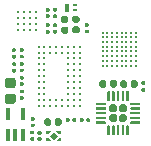
<source format=gbr>
%TF.GenerationSoftware,KiCad,Pcbnew,(5.1.6)-1*%
%TF.CreationDate,2021-06-02T19:48:48-07:00*%
%TF.ProjectId,Miniscope-v4-Wire-Free,4d696e69-7363-46f7-9065-2d76342d5769,rev?*%
%TF.SameCoordinates,Original*%
%TF.FileFunction,Paste,Bot*%
%TF.FilePolarity,Positive*%
%FSLAX46Y46*%
G04 Gerber Fmt 4.6, Leading zero omitted, Abs format (unit mm)*
G04 Created by KiCad (PCBNEW (5.1.6)-1) date 2021-06-02 19:48:48*
%MOMM*%
%LPD*%
G01*
G04 APERTURE LIST*
%ADD10R,0.340000X0.990000*%
%ADD11C,0.250000*%
%ADD12C,0.100000*%
%ADD13C,0.228600*%
%ADD14R,0.400000X0.700000*%
%ADD15R,0.400000X0.250000*%
G04 APERTURE END LIST*
D10*
%TO.C,U9*%
X81218400Y-67675600D03*
X79918400Y-67675600D03*
X79918400Y-69495600D03*
X80568400Y-69495600D03*
X81218400Y-69495600D03*
%TD*%
%TO.C,C30*%
G36*
G01*
X81949100Y-68502400D02*
X82134100Y-68502400D01*
G75*
G02*
X82211600Y-68579900I0J-77500D01*
G01*
X82211600Y-68734900D01*
G75*
G02*
X82134100Y-68812400I-77500J0D01*
G01*
X81949100Y-68812400D01*
G75*
G02*
X81871600Y-68734900I0J77500D01*
G01*
X81871600Y-68579900D01*
G75*
G02*
X81949100Y-68502400I77500J0D01*
G01*
G37*
G36*
G01*
X81949100Y-67952400D02*
X82134100Y-67952400D01*
G75*
G02*
X82211600Y-68029900I0J-77500D01*
G01*
X82211600Y-68184900D01*
G75*
G02*
X82134100Y-68262400I-77500J0D01*
G01*
X81949100Y-68262400D01*
G75*
G02*
X81871600Y-68184900I0J77500D01*
G01*
X81871600Y-68029900D01*
G75*
G02*
X81949100Y-67952400I77500J0D01*
G01*
G37*
%TD*%
D11*
%TO.C,U8*%
X82546000Y-61989600D03*
X82546000Y-62489600D03*
X82546000Y-62989600D03*
X82546000Y-63489600D03*
X82546000Y-63989600D03*
X82546000Y-64489600D03*
X82546000Y-64989600D03*
X82546000Y-65489600D03*
X82546000Y-65989600D03*
X82546000Y-66489600D03*
X82546000Y-66989600D03*
X83046000Y-61989600D03*
X83046000Y-62489600D03*
X83046000Y-62989600D03*
X83046000Y-63489600D03*
X83046000Y-63989600D03*
X83046000Y-64489600D03*
X83046000Y-64989600D03*
X83046000Y-65489600D03*
X83046000Y-65989600D03*
X83046000Y-66489600D03*
X83046000Y-66989600D03*
X83546000Y-61989600D03*
X83546000Y-62489600D03*
X83546000Y-66489600D03*
X83546000Y-66989600D03*
X84046000Y-61989600D03*
X84046000Y-62489600D03*
X84046000Y-66489600D03*
X84046000Y-66989600D03*
X84546000Y-61989600D03*
X84546000Y-62489600D03*
X84546000Y-66489600D03*
X84546000Y-66989600D03*
X85046000Y-61989600D03*
X85046000Y-62489600D03*
X85046000Y-62989600D03*
X85046000Y-63489600D03*
X85046000Y-63989600D03*
X85046000Y-64489600D03*
X85046000Y-64989600D03*
X85046000Y-65489600D03*
X85046000Y-65989600D03*
X85046000Y-66489600D03*
X85046000Y-66989600D03*
X85546000Y-61989600D03*
X85546000Y-62489600D03*
X85546000Y-62989600D03*
X85546000Y-63489600D03*
X85546000Y-63989600D03*
X85546000Y-64489600D03*
X85546000Y-64989600D03*
X85546000Y-65489600D03*
X85546000Y-65989600D03*
X85546000Y-66489600D03*
X85546000Y-66989600D03*
X86046000Y-61989600D03*
X86046000Y-62489600D03*
X86046000Y-62989600D03*
X86046000Y-63489600D03*
X86046000Y-63989600D03*
X86046000Y-64489600D03*
X86046000Y-64989600D03*
X86046000Y-65489600D03*
X86046000Y-65989600D03*
X86046000Y-66489600D03*
X86046000Y-66989600D03*
%TD*%
D12*
%TO.C,U7*%
G36*
X83819600Y-69211389D02*
G01*
X84159011Y-69550800D01*
X83819600Y-69890211D01*
X83480189Y-69550800D01*
X83819600Y-69211389D01*
G37*
G36*
X84469600Y-69100800D02*
G01*
X84469600Y-69350800D01*
X84249600Y-69350800D01*
X83999600Y-69100800D01*
X84469600Y-69100800D01*
G37*
G36*
X83169600Y-70000800D02*
G01*
X83169600Y-69750800D01*
X83389600Y-69750800D01*
X83569600Y-69930800D01*
X83569600Y-70000800D01*
X83169600Y-70000800D01*
G37*
G36*
X84249600Y-69750800D02*
G01*
X84469600Y-69750800D01*
X84469600Y-70000800D01*
X84069600Y-70000800D01*
X84069600Y-69930800D01*
X84249600Y-69750800D01*
G37*
G36*
X83389600Y-69350800D02*
G01*
X83169600Y-69350800D01*
X83169600Y-69100800D01*
X83569600Y-69100800D01*
X83569600Y-69170800D01*
X83389600Y-69350800D01*
G37*
%TD*%
%TO.C,U1*%
G36*
G01*
X88430600Y-65746100D02*
X88530600Y-65746100D01*
G75*
G02*
X88580600Y-65796100I0J-50000D01*
G01*
X88580600Y-66546100D01*
G75*
G02*
X88530600Y-66596100I-50000J0D01*
G01*
X88430600Y-66596100D01*
G75*
G02*
X88380600Y-66546100I0J50000D01*
G01*
X88380600Y-65796100D01*
G75*
G02*
X88430600Y-65746100I50000J0D01*
G01*
G37*
G36*
G01*
X88830600Y-65746100D02*
X88930600Y-65746100D01*
G75*
G02*
X88980600Y-65796100I0J-50000D01*
G01*
X88980600Y-66546100D01*
G75*
G02*
X88930600Y-66596100I-50000J0D01*
G01*
X88830600Y-66596100D01*
G75*
G02*
X88780600Y-66546100I0J50000D01*
G01*
X88780600Y-65796100D01*
G75*
G02*
X88830600Y-65746100I50000J0D01*
G01*
G37*
G36*
G01*
X89230600Y-65746100D02*
X89330600Y-65746100D01*
G75*
G02*
X89380600Y-65796100I0J-50000D01*
G01*
X89380600Y-66546100D01*
G75*
G02*
X89330600Y-66596100I-50000J0D01*
G01*
X89230600Y-66596100D01*
G75*
G02*
X89180600Y-66546100I0J50000D01*
G01*
X89180600Y-65796100D01*
G75*
G02*
X89230600Y-65746100I50000J0D01*
G01*
G37*
G36*
G01*
X89630600Y-65746100D02*
X89730600Y-65746100D01*
G75*
G02*
X89780600Y-65796100I0J-50000D01*
G01*
X89780600Y-66546100D01*
G75*
G02*
X89730600Y-66596100I-50000J0D01*
G01*
X89630600Y-66596100D01*
G75*
G02*
X89580600Y-66546100I0J50000D01*
G01*
X89580600Y-65796100D01*
G75*
G02*
X89630600Y-65746100I50000J0D01*
G01*
G37*
G36*
G01*
X90030600Y-65746100D02*
X90130600Y-65746100D01*
G75*
G02*
X90180600Y-65796100I0J-50000D01*
G01*
X90180600Y-66546100D01*
G75*
G02*
X90130600Y-66596100I-50000J0D01*
G01*
X90030600Y-66596100D01*
G75*
G02*
X89980600Y-66546100I0J50000D01*
G01*
X89980600Y-65796100D01*
G75*
G02*
X90030600Y-65746100I50000J0D01*
G01*
G37*
G36*
G01*
X90355600Y-66721100D02*
X91105600Y-66721100D01*
G75*
G02*
X91155600Y-66771100I0J-50000D01*
G01*
X91155600Y-66871100D01*
G75*
G02*
X91105600Y-66921100I-50000J0D01*
G01*
X90355600Y-66921100D01*
G75*
G02*
X90305600Y-66871100I0J50000D01*
G01*
X90305600Y-66771100D01*
G75*
G02*
X90355600Y-66721100I50000J0D01*
G01*
G37*
G36*
G01*
X90355600Y-67121100D02*
X91105600Y-67121100D01*
G75*
G02*
X91155600Y-67171100I0J-50000D01*
G01*
X91155600Y-67271100D01*
G75*
G02*
X91105600Y-67321100I-50000J0D01*
G01*
X90355600Y-67321100D01*
G75*
G02*
X90305600Y-67271100I0J50000D01*
G01*
X90305600Y-67171100D01*
G75*
G02*
X90355600Y-67121100I50000J0D01*
G01*
G37*
G36*
G01*
X90355600Y-67521100D02*
X91105600Y-67521100D01*
G75*
G02*
X91155600Y-67571100I0J-50000D01*
G01*
X91155600Y-67671100D01*
G75*
G02*
X91105600Y-67721100I-50000J0D01*
G01*
X90355600Y-67721100D01*
G75*
G02*
X90305600Y-67671100I0J50000D01*
G01*
X90305600Y-67571100D01*
G75*
G02*
X90355600Y-67521100I50000J0D01*
G01*
G37*
G36*
G01*
X90355600Y-67921100D02*
X91105600Y-67921100D01*
G75*
G02*
X91155600Y-67971100I0J-50000D01*
G01*
X91155600Y-68071100D01*
G75*
G02*
X91105600Y-68121100I-50000J0D01*
G01*
X90355600Y-68121100D01*
G75*
G02*
X90305600Y-68071100I0J50000D01*
G01*
X90305600Y-67971100D01*
G75*
G02*
X90355600Y-67921100I50000J0D01*
G01*
G37*
G36*
G01*
X90355600Y-68321100D02*
X91105600Y-68321100D01*
G75*
G02*
X91155600Y-68371100I0J-50000D01*
G01*
X91155600Y-68471100D01*
G75*
G02*
X91105600Y-68521100I-50000J0D01*
G01*
X90355600Y-68521100D01*
G75*
G02*
X90305600Y-68471100I0J50000D01*
G01*
X90305600Y-68371100D01*
G75*
G02*
X90355600Y-68321100I50000J0D01*
G01*
G37*
G36*
G01*
X90030600Y-68646100D02*
X90130600Y-68646100D01*
G75*
G02*
X90180600Y-68696100I0J-50000D01*
G01*
X90180600Y-69446100D01*
G75*
G02*
X90130600Y-69496100I-50000J0D01*
G01*
X90030600Y-69496100D01*
G75*
G02*
X89980600Y-69446100I0J50000D01*
G01*
X89980600Y-68696100D01*
G75*
G02*
X90030600Y-68646100I50000J0D01*
G01*
G37*
G36*
G01*
X89630600Y-68646100D02*
X89730600Y-68646100D01*
G75*
G02*
X89780600Y-68696100I0J-50000D01*
G01*
X89780600Y-69446100D01*
G75*
G02*
X89730600Y-69496100I-50000J0D01*
G01*
X89630600Y-69496100D01*
G75*
G02*
X89580600Y-69446100I0J50000D01*
G01*
X89580600Y-68696100D01*
G75*
G02*
X89630600Y-68646100I50000J0D01*
G01*
G37*
G36*
G01*
X89230600Y-68646100D02*
X89330600Y-68646100D01*
G75*
G02*
X89380600Y-68696100I0J-50000D01*
G01*
X89380600Y-69446100D01*
G75*
G02*
X89330600Y-69496100I-50000J0D01*
G01*
X89230600Y-69496100D01*
G75*
G02*
X89180600Y-69446100I0J50000D01*
G01*
X89180600Y-68696100D01*
G75*
G02*
X89230600Y-68646100I50000J0D01*
G01*
G37*
G36*
G01*
X88830600Y-68646100D02*
X88930600Y-68646100D01*
G75*
G02*
X88980600Y-68696100I0J-50000D01*
G01*
X88980600Y-69446100D01*
G75*
G02*
X88930600Y-69496100I-50000J0D01*
G01*
X88830600Y-69496100D01*
G75*
G02*
X88780600Y-69446100I0J50000D01*
G01*
X88780600Y-68696100D01*
G75*
G02*
X88830600Y-68646100I50000J0D01*
G01*
G37*
G36*
G01*
X88430600Y-68646100D02*
X88530600Y-68646100D01*
G75*
G02*
X88580600Y-68696100I0J-50000D01*
G01*
X88580600Y-69446100D01*
G75*
G02*
X88530600Y-69496100I-50000J0D01*
G01*
X88430600Y-69496100D01*
G75*
G02*
X88380600Y-69446100I0J50000D01*
G01*
X88380600Y-68696100D01*
G75*
G02*
X88430600Y-68646100I50000J0D01*
G01*
G37*
G36*
G01*
X87455600Y-68321100D02*
X88205600Y-68321100D01*
G75*
G02*
X88255600Y-68371100I0J-50000D01*
G01*
X88255600Y-68471100D01*
G75*
G02*
X88205600Y-68521100I-50000J0D01*
G01*
X87455600Y-68521100D01*
G75*
G02*
X87405600Y-68471100I0J50000D01*
G01*
X87405600Y-68371100D01*
G75*
G02*
X87455600Y-68321100I50000J0D01*
G01*
G37*
G36*
G01*
X87455600Y-67921100D02*
X88205600Y-67921100D01*
G75*
G02*
X88255600Y-67971100I0J-50000D01*
G01*
X88255600Y-68071100D01*
G75*
G02*
X88205600Y-68121100I-50000J0D01*
G01*
X87455600Y-68121100D01*
G75*
G02*
X87405600Y-68071100I0J50000D01*
G01*
X87405600Y-67971100D01*
G75*
G02*
X87455600Y-67921100I50000J0D01*
G01*
G37*
G36*
G01*
X87455600Y-67521100D02*
X88205600Y-67521100D01*
G75*
G02*
X88255600Y-67571100I0J-50000D01*
G01*
X88255600Y-67671100D01*
G75*
G02*
X88205600Y-67721100I-50000J0D01*
G01*
X87455600Y-67721100D01*
G75*
G02*
X87405600Y-67671100I0J50000D01*
G01*
X87405600Y-67571100D01*
G75*
G02*
X87455600Y-67521100I50000J0D01*
G01*
G37*
G36*
G01*
X87455600Y-67121100D02*
X88205600Y-67121100D01*
G75*
G02*
X88255600Y-67171100I0J-50000D01*
G01*
X88255600Y-67271100D01*
G75*
G02*
X88205600Y-67321100I-50000J0D01*
G01*
X87455600Y-67321100D01*
G75*
G02*
X87405600Y-67271100I0J50000D01*
G01*
X87405600Y-67171100D01*
G75*
G02*
X87455600Y-67121100I50000J0D01*
G01*
G37*
G36*
G01*
X87455600Y-66721100D02*
X88205600Y-66721100D01*
G75*
G02*
X88255600Y-66771100I0J-50000D01*
G01*
X88255600Y-66871100D01*
G75*
G02*
X88205600Y-66921100I-50000J0D01*
G01*
X87455600Y-66921100D01*
G75*
G02*
X87405600Y-66871100I0J50000D01*
G01*
X87405600Y-66771100D01*
G75*
G02*
X87455600Y-66721100I50000J0D01*
G01*
G37*
G36*
G01*
X88703100Y-66876100D02*
X89038100Y-66876100D01*
G75*
G02*
X89205600Y-67043600I0J-167500D01*
G01*
X89205600Y-67378600D01*
G75*
G02*
X89038100Y-67546100I-167500J0D01*
G01*
X88703100Y-67546100D01*
G75*
G02*
X88535600Y-67378600I0J167500D01*
G01*
X88535600Y-67043600D01*
G75*
G02*
X88703100Y-66876100I167500J0D01*
G01*
G37*
G36*
G01*
X89523100Y-66876100D02*
X89858100Y-66876100D01*
G75*
G02*
X90025600Y-67043600I0J-167500D01*
G01*
X90025600Y-67378600D01*
G75*
G02*
X89858100Y-67546100I-167500J0D01*
G01*
X89523100Y-67546100D01*
G75*
G02*
X89355600Y-67378600I0J167500D01*
G01*
X89355600Y-67043600D01*
G75*
G02*
X89523100Y-66876100I167500J0D01*
G01*
G37*
G36*
G01*
X88703100Y-67696100D02*
X89038100Y-67696100D01*
G75*
G02*
X89205600Y-67863600I0J-167500D01*
G01*
X89205600Y-68198600D01*
G75*
G02*
X89038100Y-68366100I-167500J0D01*
G01*
X88703100Y-68366100D01*
G75*
G02*
X88535600Y-68198600I0J167500D01*
G01*
X88535600Y-67863600D01*
G75*
G02*
X88703100Y-67696100I167500J0D01*
G01*
G37*
G36*
G01*
X89523100Y-67696100D02*
X89858100Y-67696100D01*
G75*
G02*
X90025600Y-67863600I0J-167500D01*
G01*
X90025600Y-68198600D01*
G75*
G02*
X89858100Y-68366100I-167500J0D01*
G01*
X89523100Y-68366100D01*
G75*
G02*
X89355600Y-68198600I0J167500D01*
G01*
X89355600Y-67863600D01*
G75*
G02*
X89523100Y-67696100I167500J0D01*
G01*
G37*
%TD*%
D13*
%TO.C,U6*%
X87982200Y-60798200D03*
X87982200Y-61198200D03*
X87982200Y-61598200D03*
X87982200Y-61998200D03*
X87982200Y-62398200D03*
X87982200Y-62798200D03*
X87982200Y-63198200D03*
X87982200Y-63598200D03*
X88382200Y-60798200D03*
X88382200Y-61198200D03*
X88382200Y-61598200D03*
X88382200Y-61998200D03*
X88382200Y-62398200D03*
X88382200Y-62798200D03*
X88382200Y-63198200D03*
X88382200Y-63598200D03*
X88782200Y-60798200D03*
X88782200Y-61198200D03*
X88782200Y-61598200D03*
X88782200Y-61998200D03*
X88782200Y-62398200D03*
X88782200Y-62798200D03*
X88782200Y-63198200D03*
X88782200Y-63598200D03*
X89182200Y-60798200D03*
X89182200Y-61198200D03*
X89182200Y-61598200D03*
X89182200Y-61998200D03*
X89182200Y-62398200D03*
X89182200Y-62798200D03*
X89182200Y-63198200D03*
X89182200Y-63598200D03*
X89582200Y-60798200D03*
X89582200Y-61198200D03*
X89582200Y-61598200D03*
X89582200Y-61998200D03*
X89582200Y-62398200D03*
X89582200Y-62798200D03*
X89582200Y-63198200D03*
X89582200Y-63598200D03*
X89982200Y-60798200D03*
X89982200Y-61198200D03*
X89982200Y-61598200D03*
X89982200Y-61998200D03*
X89982200Y-62398200D03*
X89982200Y-62798200D03*
X89982200Y-63198200D03*
X89982200Y-63598200D03*
X90382200Y-60798200D03*
X90382200Y-61198200D03*
X90382200Y-61598200D03*
X90382200Y-61998200D03*
X90382200Y-62398200D03*
X90382200Y-62798200D03*
X90382200Y-63198200D03*
X90382200Y-63598200D03*
X90782200Y-60798200D03*
X90782200Y-61198200D03*
X90782200Y-61598200D03*
X90782200Y-61998200D03*
X90782200Y-62398200D03*
X90782200Y-62798200D03*
X90782200Y-63198200D03*
X90782200Y-63598200D03*
%TD*%
%TO.C,L4*%
G36*
G01*
X80399500Y-65516200D02*
X79924500Y-65516200D01*
G75*
G02*
X79702000Y-65293700I0J222500D01*
G01*
X79702000Y-64848700D01*
G75*
G02*
X79924500Y-64626200I222500J0D01*
G01*
X80399500Y-64626200D01*
G75*
G02*
X80622000Y-64848700I0J-222500D01*
G01*
X80622000Y-65293700D01*
G75*
G02*
X80399500Y-65516200I-222500J0D01*
G01*
G37*
G36*
G01*
X80399500Y-66846200D02*
X79924500Y-66846200D01*
G75*
G02*
X79702000Y-66623700I0J222500D01*
G01*
X79702000Y-66178700D01*
G75*
G02*
X79924500Y-65956200I222500J0D01*
G01*
X80399500Y-65956200D01*
G75*
G02*
X80622000Y-66178700I0J-222500D01*
G01*
X80622000Y-66623700D01*
G75*
G02*
X80399500Y-66846200I-222500J0D01*
G01*
G37*
%TD*%
%TO.C,C49*%
G36*
G01*
X81022000Y-63842200D02*
X81207000Y-63842200D01*
G75*
G02*
X81284500Y-63919700I0J-77500D01*
G01*
X81284500Y-64074700D01*
G75*
G02*
X81207000Y-64152200I-77500J0D01*
G01*
X81022000Y-64152200D01*
G75*
G02*
X80944500Y-64074700I0J77500D01*
G01*
X80944500Y-63919700D01*
G75*
G02*
X81022000Y-63842200I77500J0D01*
G01*
G37*
G36*
G01*
X81022000Y-63292200D02*
X81207000Y-63292200D01*
G75*
G02*
X81284500Y-63369700I0J-77500D01*
G01*
X81284500Y-63524700D01*
G75*
G02*
X81207000Y-63602200I-77500J0D01*
G01*
X81022000Y-63602200D01*
G75*
G02*
X80944500Y-63524700I0J77500D01*
G01*
X80944500Y-63369700D01*
G75*
G02*
X81022000Y-63292200I77500J0D01*
G01*
G37*
%TD*%
D11*
%TO.C,U4*%
X82309000Y-59073300D03*
X82309000Y-59573300D03*
X82309000Y-60073300D03*
X82309000Y-60573300D03*
X81809000Y-59073300D03*
X81809000Y-59573300D03*
X81809000Y-60073300D03*
X81809000Y-60573300D03*
X81309000Y-59073300D03*
X81309000Y-59573300D03*
X81309000Y-60073300D03*
X81309000Y-60573300D03*
X80809000Y-59073300D03*
X80809000Y-59573300D03*
X80809000Y-60073300D03*
X80809000Y-60573300D03*
%TD*%
%TO.C,C53*%
G36*
G01*
X81021900Y-65010600D02*
X81206900Y-65010600D01*
G75*
G02*
X81284400Y-65088100I0J-77500D01*
G01*
X81284400Y-65243100D01*
G75*
G02*
X81206900Y-65320600I-77500J0D01*
G01*
X81021900Y-65320600D01*
G75*
G02*
X80944400Y-65243100I0J77500D01*
G01*
X80944400Y-65088100D01*
G75*
G02*
X81021900Y-65010600I77500J0D01*
G01*
G37*
G36*
G01*
X81021900Y-64460600D02*
X81206900Y-64460600D01*
G75*
G02*
X81284400Y-64538100I0J-77500D01*
G01*
X81284400Y-64693100D01*
G75*
G02*
X81206900Y-64770600I-77500J0D01*
G01*
X81021900Y-64770600D01*
G75*
G02*
X80944400Y-64693100I0J77500D01*
G01*
X80944400Y-64538100D01*
G75*
G02*
X81021900Y-64460600I77500J0D01*
G01*
G37*
%TD*%
%TO.C,C52*%
G36*
G01*
X85869100Y-59960400D02*
X85529100Y-59960400D01*
G75*
G02*
X85384100Y-59815400I0J145000D01*
G01*
X85384100Y-59525400D01*
G75*
G02*
X85529100Y-59380400I145000J0D01*
G01*
X85869100Y-59380400D01*
G75*
G02*
X86014100Y-59525400I0J-145000D01*
G01*
X86014100Y-59815400D01*
G75*
G02*
X85869100Y-59960400I-145000J0D01*
G01*
G37*
G36*
G01*
X85869100Y-60850400D02*
X85529100Y-60850400D01*
G75*
G02*
X85384100Y-60705400I0J145000D01*
G01*
X85384100Y-60415400D01*
G75*
G02*
X85529100Y-60270400I145000J0D01*
G01*
X85869100Y-60270400D01*
G75*
G02*
X86014100Y-60415400I0J-145000D01*
G01*
X86014100Y-60705400D01*
G75*
G02*
X85869100Y-60850400I-145000J0D01*
G01*
G37*
%TD*%
%TO.C,C51*%
G36*
G01*
X83613800Y-68212400D02*
X83613800Y-68552400D01*
G75*
G02*
X83468800Y-68697400I-145000J0D01*
G01*
X83178800Y-68697400D01*
G75*
G02*
X83033800Y-68552400I0J145000D01*
G01*
X83033800Y-68212400D01*
G75*
G02*
X83178800Y-68067400I145000J0D01*
G01*
X83468800Y-68067400D01*
G75*
G02*
X83613800Y-68212400I0J-145000D01*
G01*
G37*
G36*
G01*
X84503800Y-68212400D02*
X84503800Y-68552400D01*
G75*
G02*
X84358800Y-68697400I-145000J0D01*
G01*
X84068800Y-68697400D01*
G75*
G02*
X83923800Y-68552400I0J145000D01*
G01*
X83923800Y-68212400D01*
G75*
G02*
X84068800Y-68067400I145000J0D01*
G01*
X84358800Y-68067400D01*
G75*
G02*
X84503800Y-68212400I0J-145000D01*
G01*
G37*
%TD*%
%TO.C,C50*%
G36*
G01*
X84929300Y-59985800D02*
X84589300Y-59985800D01*
G75*
G02*
X84444300Y-59840800I0J145000D01*
G01*
X84444300Y-59550800D01*
G75*
G02*
X84589300Y-59405800I145000J0D01*
G01*
X84929300Y-59405800D01*
G75*
G02*
X85074300Y-59550800I0J-145000D01*
G01*
X85074300Y-59840800D01*
G75*
G02*
X84929300Y-59985800I-145000J0D01*
G01*
G37*
G36*
G01*
X84929300Y-60875800D02*
X84589300Y-60875800D01*
G75*
G02*
X84444300Y-60730800I0J145000D01*
G01*
X84444300Y-60440800D01*
G75*
G02*
X84589300Y-60295800I145000J0D01*
G01*
X84929300Y-60295800D01*
G75*
G02*
X85074300Y-60440800I0J-145000D01*
G01*
X85074300Y-60730800D01*
G75*
G02*
X84929300Y-60875800I-145000J0D01*
G01*
G37*
%TD*%
%TO.C,C11*%
G36*
G01*
X80546600Y-62446500D02*
X80361600Y-62446500D01*
G75*
G02*
X80284100Y-62369000I0J77500D01*
G01*
X80284100Y-62214000D01*
G75*
G02*
X80361600Y-62136500I77500J0D01*
G01*
X80546600Y-62136500D01*
G75*
G02*
X80624100Y-62214000I0J-77500D01*
G01*
X80624100Y-62369000D01*
G75*
G02*
X80546600Y-62446500I-77500J0D01*
G01*
G37*
G36*
G01*
X80546600Y-62996500D02*
X80361600Y-62996500D01*
G75*
G02*
X80284100Y-62919000I0J77500D01*
G01*
X80284100Y-62764000D01*
G75*
G02*
X80361600Y-62686500I77500J0D01*
G01*
X80546600Y-62686500D01*
G75*
G02*
X80624100Y-62764000I0J-77500D01*
G01*
X80624100Y-62919000D01*
G75*
G02*
X80546600Y-62996500I-77500J0D01*
G01*
G37*
%TD*%
%TO.C,C6*%
G36*
G01*
X88283400Y-64964000D02*
X88283400Y-65304000D01*
G75*
G02*
X88138400Y-65449000I-145000J0D01*
G01*
X87848400Y-65449000D01*
G75*
G02*
X87703400Y-65304000I0J145000D01*
G01*
X87703400Y-64964000D01*
G75*
G02*
X87848400Y-64819000I145000J0D01*
G01*
X88138400Y-64819000D01*
G75*
G02*
X88283400Y-64964000I0J-145000D01*
G01*
G37*
G36*
G01*
X89173400Y-64964000D02*
X89173400Y-65304000D01*
G75*
G02*
X89028400Y-65449000I-145000J0D01*
G01*
X88738400Y-65449000D01*
G75*
G02*
X88593400Y-65304000I0J145000D01*
G01*
X88593400Y-64964000D01*
G75*
G02*
X88738400Y-64819000I145000J0D01*
G01*
X89028400Y-64819000D01*
G75*
G02*
X89173400Y-64964000I0J-145000D01*
G01*
G37*
%TD*%
%TO.C,C7*%
G36*
G01*
X90346000Y-65329400D02*
X90346000Y-64989400D01*
G75*
G02*
X90491000Y-64844400I145000J0D01*
G01*
X90781000Y-64844400D01*
G75*
G02*
X90926000Y-64989400I0J-145000D01*
G01*
X90926000Y-65329400D01*
G75*
G02*
X90781000Y-65474400I-145000J0D01*
G01*
X90491000Y-65474400D01*
G75*
G02*
X90346000Y-65329400I0J145000D01*
G01*
G37*
G36*
G01*
X89456000Y-65329400D02*
X89456000Y-64989400D01*
G75*
G02*
X89601000Y-64844400I145000J0D01*
G01*
X89891000Y-64844400D01*
G75*
G02*
X90036000Y-64989400I0J-145000D01*
G01*
X90036000Y-65329400D01*
G75*
G02*
X89891000Y-65474400I-145000J0D01*
G01*
X89601000Y-65474400D01*
G75*
G02*
X89456000Y-65329400I0J145000D01*
G01*
G37*
%TD*%
%TO.C,C10*%
G36*
G01*
X84039000Y-59017500D02*
X83854000Y-59017500D01*
G75*
G02*
X83776500Y-58940000I0J77500D01*
G01*
X83776500Y-58785000D01*
G75*
G02*
X83854000Y-58707500I77500J0D01*
G01*
X84039000Y-58707500D01*
G75*
G02*
X84116500Y-58785000I0J-77500D01*
G01*
X84116500Y-58940000D01*
G75*
G02*
X84039000Y-59017500I-77500J0D01*
G01*
G37*
G36*
G01*
X84039000Y-59567500D02*
X83854000Y-59567500D01*
G75*
G02*
X83776500Y-59490000I0J77500D01*
G01*
X83776500Y-59335000D01*
G75*
G02*
X83854000Y-59257500I77500J0D01*
G01*
X84039000Y-59257500D01*
G75*
G02*
X84116500Y-59335000I0J-77500D01*
G01*
X84116500Y-59490000D01*
G75*
G02*
X84039000Y-59567500I-77500J0D01*
G01*
G37*
%TD*%
%TO.C,C9*%
G36*
G01*
X83404000Y-59017500D02*
X83219000Y-59017500D01*
G75*
G02*
X83141500Y-58940000I0J77500D01*
G01*
X83141500Y-58785000D01*
G75*
G02*
X83219000Y-58707500I77500J0D01*
G01*
X83404000Y-58707500D01*
G75*
G02*
X83481500Y-58785000I0J-77500D01*
G01*
X83481500Y-58940000D01*
G75*
G02*
X83404000Y-59017500I-77500J0D01*
G01*
G37*
G36*
G01*
X83404000Y-59567500D02*
X83219000Y-59567500D01*
G75*
G02*
X83141500Y-59490000I0J77500D01*
G01*
X83141500Y-59335000D01*
G75*
G02*
X83219000Y-59257500I77500J0D01*
G01*
X83404000Y-59257500D01*
G75*
G02*
X83481500Y-59335000I0J-77500D01*
G01*
X83481500Y-59490000D01*
G75*
G02*
X83404000Y-59567500I-77500J0D01*
G01*
G37*
%TD*%
%TO.C,C40*%
G36*
G01*
X81206900Y-65939000D02*
X81021900Y-65939000D01*
G75*
G02*
X80944400Y-65861500I0J77500D01*
G01*
X80944400Y-65706500D01*
G75*
G02*
X81021900Y-65629000I77500J0D01*
G01*
X81206900Y-65629000D01*
G75*
G02*
X81284400Y-65706500I0J-77500D01*
G01*
X81284400Y-65861500D01*
G75*
G02*
X81206900Y-65939000I-77500J0D01*
G01*
G37*
G36*
G01*
X81206900Y-66489000D02*
X81021900Y-66489000D01*
G75*
G02*
X80944400Y-66411500I0J77500D01*
G01*
X80944400Y-66256500D01*
G75*
G02*
X81021900Y-66179000I77500J0D01*
G01*
X81206900Y-66179000D01*
G75*
G02*
X81284400Y-66256500I0J-77500D01*
G01*
X81284400Y-66411500D01*
G75*
G02*
X81206900Y-66489000I-77500J0D01*
G01*
G37*
%TD*%
%TO.C,C48*%
G36*
G01*
X85410600Y-68300900D02*
X85410600Y-68115900D01*
G75*
G02*
X85488100Y-68038400I77500J0D01*
G01*
X85643100Y-68038400D01*
G75*
G02*
X85720600Y-68115900I0J-77500D01*
G01*
X85720600Y-68300900D01*
G75*
G02*
X85643100Y-68378400I-77500J0D01*
G01*
X85488100Y-68378400D01*
G75*
G02*
X85410600Y-68300900I0J77500D01*
G01*
G37*
G36*
G01*
X84860600Y-68300900D02*
X84860600Y-68115900D01*
G75*
G02*
X84938100Y-68038400I77500J0D01*
G01*
X85093100Y-68038400D01*
G75*
G02*
X85170600Y-68115900I0J-77500D01*
G01*
X85170600Y-68300900D01*
G75*
G02*
X85093100Y-68378400I-77500J0D01*
G01*
X84938100Y-68378400D01*
G75*
G02*
X84860600Y-68300900I0J77500D01*
G01*
G37*
%TD*%
%TO.C,C36*%
G36*
G01*
X80572000Y-63627600D02*
X80387000Y-63627600D01*
G75*
G02*
X80309500Y-63550100I0J77500D01*
G01*
X80309500Y-63395100D01*
G75*
G02*
X80387000Y-63317600I77500J0D01*
G01*
X80572000Y-63317600D01*
G75*
G02*
X80649500Y-63395100I0J-77500D01*
G01*
X80649500Y-63550100D01*
G75*
G02*
X80572000Y-63627600I-77500J0D01*
G01*
G37*
G36*
G01*
X80572000Y-64177600D02*
X80387000Y-64177600D01*
G75*
G02*
X80309500Y-64100100I0J77500D01*
G01*
X80309500Y-63945100D01*
G75*
G02*
X80387000Y-63867600I77500J0D01*
G01*
X80572000Y-63867600D01*
G75*
G02*
X80649500Y-63945100I0J-77500D01*
G01*
X80649500Y-64100100D01*
G75*
G02*
X80572000Y-64177600I-77500J0D01*
G01*
G37*
%TD*%
%TO.C,C38*%
G36*
G01*
X83404000Y-60325600D02*
X83219000Y-60325600D01*
G75*
G02*
X83141500Y-60248100I0J77500D01*
G01*
X83141500Y-60093100D01*
G75*
G02*
X83219000Y-60015600I77500J0D01*
G01*
X83404000Y-60015600D01*
G75*
G02*
X83481500Y-60093100I0J-77500D01*
G01*
X83481500Y-60248100D01*
G75*
G02*
X83404000Y-60325600I-77500J0D01*
G01*
G37*
G36*
G01*
X83404000Y-60875600D02*
X83219000Y-60875600D01*
G75*
G02*
X83141500Y-60798100I0J77500D01*
G01*
X83141500Y-60643100D01*
G75*
G02*
X83219000Y-60565600I77500J0D01*
G01*
X83404000Y-60565600D01*
G75*
G02*
X83481500Y-60643100I0J-77500D01*
G01*
X83481500Y-60798100D01*
G75*
G02*
X83404000Y-60875600I-77500J0D01*
G01*
G37*
%TD*%
%TO.C,C44*%
G36*
G01*
X81206900Y-62433800D02*
X81021900Y-62433800D01*
G75*
G02*
X80944400Y-62356300I0J77500D01*
G01*
X80944400Y-62201300D01*
G75*
G02*
X81021900Y-62123800I77500J0D01*
G01*
X81206900Y-62123800D01*
G75*
G02*
X81284400Y-62201300I0J-77500D01*
G01*
X81284400Y-62356300D01*
G75*
G02*
X81206900Y-62433800I-77500J0D01*
G01*
G37*
G36*
G01*
X81206900Y-62983800D02*
X81021900Y-62983800D01*
G75*
G02*
X80944400Y-62906300I0J77500D01*
G01*
X80944400Y-62751300D01*
G75*
G02*
X81021900Y-62673800I77500J0D01*
G01*
X81206900Y-62673800D01*
G75*
G02*
X81284400Y-62751300I0J-77500D01*
G01*
X81284400Y-62906300D01*
G75*
G02*
X81206900Y-62983800I-77500J0D01*
G01*
G37*
%TD*%
%TO.C,C27*%
G36*
G01*
X82108700Y-69405400D02*
X81923700Y-69405400D01*
G75*
G02*
X81846200Y-69327900I0J77500D01*
G01*
X81846200Y-69172900D01*
G75*
G02*
X81923700Y-69095400I77500J0D01*
G01*
X82108700Y-69095400D01*
G75*
G02*
X82186200Y-69172900I0J-77500D01*
G01*
X82186200Y-69327900D01*
G75*
G02*
X82108700Y-69405400I-77500J0D01*
G01*
G37*
G36*
G01*
X82108700Y-69955400D02*
X81923700Y-69955400D01*
G75*
G02*
X81846200Y-69877900I0J77500D01*
G01*
X81846200Y-69722900D01*
G75*
G02*
X81923700Y-69645400I77500J0D01*
G01*
X82108700Y-69645400D01*
G75*
G02*
X82186200Y-69722900I0J-77500D01*
G01*
X82186200Y-69877900D01*
G75*
G02*
X82108700Y-69955400I-77500J0D01*
G01*
G37*
%TD*%
%TO.C,C41*%
G36*
G01*
X84039000Y-60325600D02*
X83854000Y-60325600D01*
G75*
G02*
X83776500Y-60248100I0J77500D01*
G01*
X83776500Y-60093100D01*
G75*
G02*
X83854000Y-60015600I77500J0D01*
G01*
X84039000Y-60015600D01*
G75*
G02*
X84116500Y-60093100I0J-77500D01*
G01*
X84116500Y-60248100D01*
G75*
G02*
X84039000Y-60325600I-77500J0D01*
G01*
G37*
G36*
G01*
X84039000Y-60875600D02*
X83854000Y-60875600D01*
G75*
G02*
X83776500Y-60798100I0J77500D01*
G01*
X83776500Y-60643100D01*
G75*
G02*
X83854000Y-60565600I77500J0D01*
G01*
X84039000Y-60565600D01*
G75*
G02*
X84116500Y-60643100I0J-77500D01*
G01*
X84116500Y-60798100D01*
G75*
G02*
X84039000Y-60875600I-77500J0D01*
G01*
G37*
%TD*%
%TO.C,C37*%
G36*
G01*
X82718300Y-69430800D02*
X82533300Y-69430800D01*
G75*
G02*
X82455800Y-69353300I0J77500D01*
G01*
X82455800Y-69198300D01*
G75*
G02*
X82533300Y-69120800I77500J0D01*
G01*
X82718300Y-69120800D01*
G75*
G02*
X82795800Y-69198300I0J-77500D01*
G01*
X82795800Y-69353300D01*
G75*
G02*
X82718300Y-69430800I-77500J0D01*
G01*
G37*
G36*
G01*
X82718300Y-69980800D02*
X82533300Y-69980800D01*
G75*
G02*
X82455800Y-69903300I0J77500D01*
G01*
X82455800Y-69748300D01*
G75*
G02*
X82533300Y-69670800I77500J0D01*
G01*
X82718300Y-69670800D01*
G75*
G02*
X82795800Y-69748300I0J-77500D01*
G01*
X82795800Y-69903300D01*
G75*
G02*
X82718300Y-69980800I-77500J0D01*
G01*
G37*
%TD*%
D14*
%TO.C,Q2*%
X84940600Y-58701000D03*
D15*
X85640600Y-58926000D03*
X85640600Y-58476000D03*
%TD*%
%TO.C,R19*%
G36*
G01*
X86544300Y-60548200D02*
X86729300Y-60548200D01*
G75*
G02*
X86806800Y-60625700I0J-77500D01*
G01*
X86806800Y-60780700D01*
G75*
G02*
X86729300Y-60858200I-77500J0D01*
G01*
X86544300Y-60858200D01*
G75*
G02*
X86466800Y-60780700I0J77500D01*
G01*
X86466800Y-60625700D01*
G75*
G02*
X86544300Y-60548200I77500J0D01*
G01*
G37*
G36*
G01*
X86544300Y-59998200D02*
X86729300Y-59998200D01*
G75*
G02*
X86806800Y-60075700I0J-77500D01*
G01*
X86806800Y-60230700D01*
G75*
G02*
X86729300Y-60308200I-77500J0D01*
G01*
X86544300Y-60308200D01*
G75*
G02*
X86466800Y-60230700I0J77500D01*
G01*
X86466800Y-60075700D01*
G75*
G02*
X86544300Y-59998200I77500J0D01*
G01*
G37*
%TD*%
%TO.C,R16*%
G36*
G01*
X91517200Y-65248500D02*
X91332200Y-65248500D01*
G75*
G02*
X91254700Y-65171000I0J77500D01*
G01*
X91254700Y-65016000D01*
G75*
G02*
X91332200Y-64938500I77500J0D01*
G01*
X91517200Y-64938500D01*
G75*
G02*
X91594700Y-65016000I0J-77500D01*
G01*
X91594700Y-65171000D01*
G75*
G02*
X91517200Y-65248500I-77500J0D01*
G01*
G37*
G36*
G01*
X91517200Y-65798500D02*
X91332200Y-65798500D01*
G75*
G02*
X91254700Y-65721000I0J77500D01*
G01*
X91254700Y-65566000D01*
G75*
G02*
X91332200Y-65488500I77500J0D01*
G01*
X91517200Y-65488500D01*
G75*
G02*
X91594700Y-65566000I0J-77500D01*
G01*
X91594700Y-65721000D01*
G75*
G02*
X91517200Y-65798500I-77500J0D01*
G01*
G37*
%TD*%
%TO.C,R17*%
G36*
G01*
X86356100Y-68120800D02*
X86356100Y-68305800D01*
G75*
G02*
X86278600Y-68383300I-77500J0D01*
G01*
X86123600Y-68383300D01*
G75*
G02*
X86046100Y-68305800I0J77500D01*
G01*
X86046100Y-68120800D01*
G75*
G02*
X86123600Y-68043300I77500J0D01*
G01*
X86278600Y-68043300D01*
G75*
G02*
X86356100Y-68120800I0J-77500D01*
G01*
G37*
G36*
G01*
X86906100Y-68120800D02*
X86906100Y-68305800D01*
G75*
G02*
X86828600Y-68383300I-77500J0D01*
G01*
X86673600Y-68383300D01*
G75*
G02*
X86596100Y-68305800I0J77500D01*
G01*
X86596100Y-68120800D01*
G75*
G02*
X86673600Y-68043300I77500J0D01*
G01*
X86828600Y-68043300D01*
G75*
G02*
X86906100Y-68120800I0J-77500D01*
G01*
G37*
%TD*%
M02*

</source>
